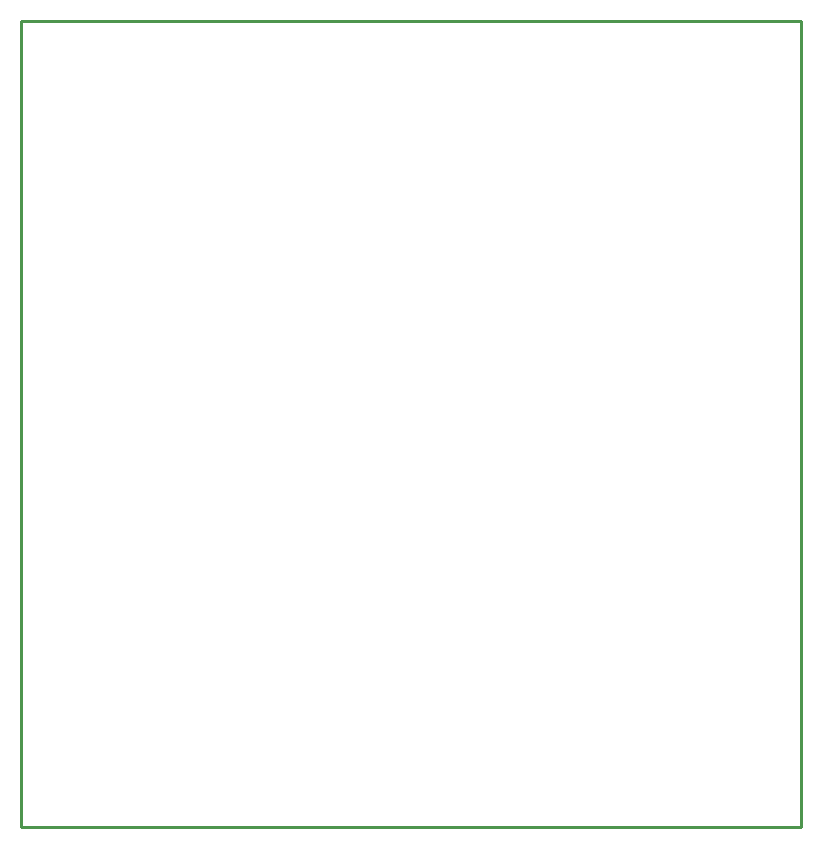
<source format=gbr>
G04 EAGLE Gerber RS-274X export*
G75*
%MOMM*%
%FSLAX34Y34*%
%LPD*%
%IN*%
%IPPOS*%
%AMOC8*
5,1,8,0,0,1.08239X$1,22.5*%
G01*
%ADD10C,0.254000*%


D10*
X939800Y317500D02*
X1600000Y317500D01*
X1600000Y1000000D01*
X939800Y1000000D01*
X939800Y317500D01*
M02*

</source>
